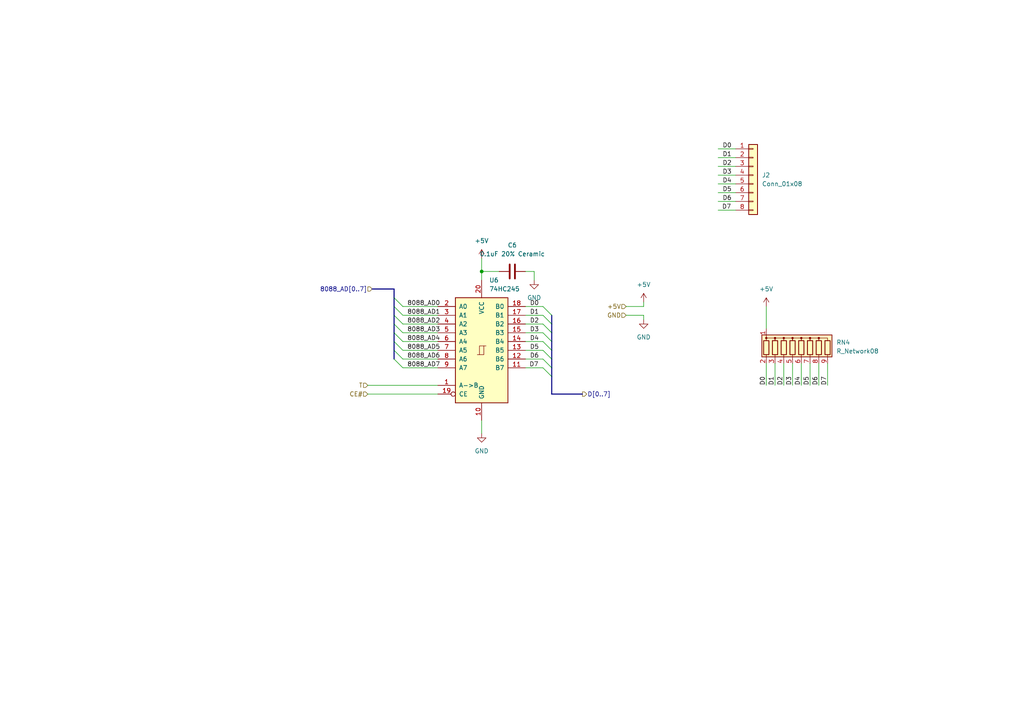
<source format=kicad_sch>
(kicad_sch
	(version 20231120)
	(generator "eeschema")
	(generator_version "8.0")
	(uuid "068e9c68-2006-4104-9f69-e761bed596f4")
	(paper "A4")
	(lib_symbols
		(symbol "74xx:74HC245"
			(pin_names
				(offset 1.016)
			)
			(exclude_from_sim no)
			(in_bom yes)
			(on_board yes)
			(property "Reference" "U"
				(at -7.62 16.51 0)
				(effects
					(font
						(size 1.27 1.27)
					)
				)
			)
			(property "Value" "74HC245"
				(at -7.62 -16.51 0)
				(effects
					(font
						(size 1.27 1.27)
					)
				)
			)
			(property "Footprint" ""
				(at 0 0 0)
				(effects
					(font
						(size 1.27 1.27)
					)
					(hide yes)
				)
			)
			(property "Datasheet" "http://www.ti.com/lit/gpn/sn74HC245"
				(at 0 0 0)
				(effects
					(font
						(size 1.27 1.27)
					)
					(hide yes)
				)
			)
			(property "Description" "Octal BUS Transceivers, 3-State outputs"
				(at 0 0 0)
				(effects
					(font
						(size 1.27 1.27)
					)
					(hide yes)
				)
			)
			(property "ki_locked" ""
				(at 0 0 0)
				(effects
					(font
						(size 1.27 1.27)
					)
				)
			)
			(property "ki_keywords" "HCMOS BUS 3State"
				(at 0 0 0)
				(effects
					(font
						(size 1.27 1.27)
					)
					(hide yes)
				)
			)
			(property "ki_fp_filters" "DIP?20*"
				(at 0 0 0)
				(effects
					(font
						(size 1.27 1.27)
					)
					(hide yes)
				)
			)
			(symbol "74HC245_1_0"
				(polyline
					(pts
						(xy -0.635 -1.27) (xy -0.635 1.27) (xy 0.635 1.27)
					)
					(stroke
						(width 0)
						(type default)
					)
					(fill
						(type none)
					)
				)
				(polyline
					(pts
						(xy -1.27 -1.27) (xy 0.635 -1.27) (xy 0.635 1.27) (xy 1.27 1.27)
					)
					(stroke
						(width 0)
						(type default)
					)
					(fill
						(type none)
					)
				)
				(pin input line
					(at -12.7 -10.16 0)
					(length 5.08)
					(name "A->B"
						(effects
							(font
								(size 1.27 1.27)
							)
						)
					)
					(number "1"
						(effects
							(font
								(size 1.27 1.27)
							)
						)
					)
				)
				(pin power_in line
					(at 0 -20.32 90)
					(length 5.08)
					(name "GND"
						(effects
							(font
								(size 1.27 1.27)
							)
						)
					)
					(number "10"
						(effects
							(font
								(size 1.27 1.27)
							)
						)
					)
				)
				(pin tri_state line
					(at 12.7 -5.08 180)
					(length 5.08)
					(name "B7"
						(effects
							(font
								(size 1.27 1.27)
							)
						)
					)
					(number "11"
						(effects
							(font
								(size 1.27 1.27)
							)
						)
					)
				)
				(pin tri_state line
					(at 12.7 -2.54 180)
					(length 5.08)
					(name "B6"
						(effects
							(font
								(size 1.27 1.27)
							)
						)
					)
					(number "12"
						(effects
							(font
								(size 1.27 1.27)
							)
						)
					)
				)
				(pin tri_state line
					(at 12.7 0 180)
					(length 5.08)
					(name "B5"
						(effects
							(font
								(size 1.27 1.27)
							)
						)
					)
					(number "13"
						(effects
							(font
								(size 1.27 1.27)
							)
						)
					)
				)
				(pin tri_state line
					(at 12.7 2.54 180)
					(length 5.08)
					(name "B4"
						(effects
							(font
								(size 1.27 1.27)
							)
						)
					)
					(number "14"
						(effects
							(font
								(size 1.27 1.27)
							)
						)
					)
				)
				(pin tri_state line
					(at 12.7 5.08 180)
					(length 5.08)
					(name "B3"
						(effects
							(font
								(size 1.27 1.27)
							)
						)
					)
					(number "15"
						(effects
							(font
								(size 1.27 1.27)
							)
						)
					)
				)
				(pin tri_state line
					(at 12.7 7.62 180)
					(length 5.08)
					(name "B2"
						(effects
							(font
								(size 1.27 1.27)
							)
						)
					)
					(number "16"
						(effects
							(font
								(size 1.27 1.27)
							)
						)
					)
				)
				(pin tri_state line
					(at 12.7 10.16 180)
					(length 5.08)
					(name "B1"
						(effects
							(font
								(size 1.27 1.27)
							)
						)
					)
					(number "17"
						(effects
							(font
								(size 1.27 1.27)
							)
						)
					)
				)
				(pin tri_state line
					(at 12.7 12.7 180)
					(length 5.08)
					(name "B0"
						(effects
							(font
								(size 1.27 1.27)
							)
						)
					)
					(number "18"
						(effects
							(font
								(size 1.27 1.27)
							)
						)
					)
				)
				(pin input inverted
					(at -12.7 -12.7 0)
					(length 5.08)
					(name "CE"
						(effects
							(font
								(size 1.27 1.27)
							)
						)
					)
					(number "19"
						(effects
							(font
								(size 1.27 1.27)
							)
						)
					)
				)
				(pin tri_state line
					(at -12.7 12.7 0)
					(length 5.08)
					(name "A0"
						(effects
							(font
								(size 1.27 1.27)
							)
						)
					)
					(number "2"
						(effects
							(font
								(size 1.27 1.27)
							)
						)
					)
				)
				(pin power_in line
					(at 0 20.32 270)
					(length 5.08)
					(name "VCC"
						(effects
							(font
								(size 1.27 1.27)
							)
						)
					)
					(number "20"
						(effects
							(font
								(size 1.27 1.27)
							)
						)
					)
				)
				(pin tri_state line
					(at -12.7 10.16 0)
					(length 5.08)
					(name "A1"
						(effects
							(font
								(size 1.27 1.27)
							)
						)
					)
					(number "3"
						(effects
							(font
								(size 1.27 1.27)
							)
						)
					)
				)
				(pin tri_state line
					(at -12.7 7.62 0)
					(length 5.08)
					(name "A2"
						(effects
							(font
								(size 1.27 1.27)
							)
						)
					)
					(number "4"
						(effects
							(font
								(size 1.27 1.27)
							)
						)
					)
				)
				(pin tri_state line
					(at -12.7 5.08 0)
					(length 5.08)
					(name "A3"
						(effects
							(font
								(size 1.27 1.27)
							)
						)
					)
					(number "5"
						(effects
							(font
								(size 1.27 1.27)
							)
						)
					)
				)
				(pin tri_state line
					(at -12.7 2.54 0)
					(length 5.08)
					(name "A4"
						(effects
							(font
								(size 1.27 1.27)
							)
						)
					)
					(number "6"
						(effects
							(font
								(size 1.27 1.27)
							)
						)
					)
				)
				(pin tri_state line
					(at -12.7 0 0)
					(length 5.08)
					(name "A5"
						(effects
							(font
								(size 1.27 1.27)
							)
						)
					)
					(number "7"
						(effects
							(font
								(size 1.27 1.27)
							)
						)
					)
				)
				(pin tri_state line
					(at -12.7 -2.54 0)
					(length 5.08)
					(name "A6"
						(effects
							(font
								(size 1.27 1.27)
							)
						)
					)
					(number "8"
						(effects
							(font
								(size 1.27 1.27)
							)
						)
					)
				)
				(pin tri_state line
					(at -12.7 -5.08 0)
					(length 5.08)
					(name "A7"
						(effects
							(font
								(size 1.27 1.27)
							)
						)
					)
					(number "9"
						(effects
							(font
								(size 1.27 1.27)
							)
						)
					)
				)
			)
			(symbol "74HC245_1_1"
				(rectangle
					(start -7.62 15.24)
					(end 7.62 -15.24)
					(stroke
						(width 0.254)
						(type default)
					)
					(fill
						(type background)
					)
				)
			)
		)
		(symbol "Connector_Generic:Conn_01x08"
			(pin_names
				(offset 1.016) hide)
			(exclude_from_sim no)
			(in_bom yes)
			(on_board yes)
			(property "Reference" "J"
				(at 0 10.16 0)
				(effects
					(font
						(size 1.27 1.27)
					)
				)
			)
			(property "Value" "Conn_01x08"
				(at 0 -12.7 0)
				(effects
					(font
						(size 1.27 1.27)
					)
				)
			)
			(property "Footprint" ""
				(at 0 0 0)
				(effects
					(font
						(size 1.27 1.27)
					)
					(hide yes)
				)
			)
			(property "Datasheet" "~"
				(at 0 0 0)
				(effects
					(font
						(size 1.27 1.27)
					)
					(hide yes)
				)
			)
			(property "Description" "Generic connector, single row, 01x08, script generated (kicad-library-utils/schlib/autogen/connector/)"
				(at 0 0 0)
				(effects
					(font
						(size 1.27 1.27)
					)
					(hide yes)
				)
			)
			(property "ki_keywords" "connector"
				(at 0 0 0)
				(effects
					(font
						(size 1.27 1.27)
					)
					(hide yes)
				)
			)
			(property "ki_fp_filters" "Connector*:*_1x??_*"
				(at 0 0 0)
				(effects
					(font
						(size 1.27 1.27)
					)
					(hide yes)
				)
			)
			(symbol "Conn_01x08_1_1"
				(rectangle
					(start -1.27 -10.033)
					(end 0 -10.287)
					(stroke
						(width 0.1524)
						(type default)
					)
					(fill
						(type none)
					)
				)
				(rectangle
					(start -1.27 -7.493)
					(end 0 -7.747)
					(stroke
						(width 0.1524)
						(type default)
					)
					(fill
						(type none)
					)
				)
				(rectangle
					(start -1.27 -4.953)
					(end 0 -5.207)
					(stroke
						(width 0.1524)
						(type default)
					)
					(fill
						(type none)
					)
				)
				(rectangle
					(start -1.27 -2.413)
					(end 0 -2.667)
					(stroke
						(width 0.1524)
						(type default)
					)
					(fill
						(type none)
					)
				)
				(rectangle
					(start -1.27 0.127)
					(end 0 -0.127)
					(stroke
						(width 0.1524)
						(type default)
					)
					(fill
						(type none)
					)
				)
				(rectangle
					(start -1.27 2.667)
					(end 0 2.413)
					(stroke
						(width 0.1524)
						(type default)
					)
					(fill
						(type none)
					)
				)
				(rectangle
					(start -1.27 5.207)
					(end 0 4.953)
					(stroke
						(width 0.1524)
						(type default)
					)
					(fill
						(type none)
					)
				)
				(rectangle
					(start -1.27 7.747)
					(end 0 7.493)
					(stroke
						(width 0.1524)
						(type default)
					)
					(fill
						(type none)
					)
				)
				(rectangle
					(start -1.27 8.89)
					(end 1.27 -11.43)
					(stroke
						(width 0.254)
						(type default)
					)
					(fill
						(type background)
					)
				)
				(pin passive line
					(at -5.08 7.62 0)
					(length 3.81)
					(name "Pin_1"
						(effects
							(font
								(size 1.27 1.27)
							)
						)
					)
					(number "1"
						(effects
							(font
								(size 1.27 1.27)
							)
						)
					)
				)
				(pin passive line
					(at -5.08 5.08 0)
					(length 3.81)
					(name "Pin_2"
						(effects
							(font
								(size 1.27 1.27)
							)
						)
					)
					(number "2"
						(effects
							(font
								(size 1.27 1.27)
							)
						)
					)
				)
				(pin passive line
					(at -5.08 2.54 0)
					(length 3.81)
					(name "Pin_3"
						(effects
							(font
								(size 1.27 1.27)
							)
						)
					)
					(number "3"
						(effects
							(font
								(size 1.27 1.27)
							)
						)
					)
				)
				(pin passive line
					(at -5.08 0 0)
					(length 3.81)
					(name "Pin_4"
						(effects
							(font
								(size 1.27 1.27)
							)
						)
					)
					(number "4"
						(effects
							(font
								(size 1.27 1.27)
							)
						)
					)
				)
				(pin passive line
					(at -5.08 -2.54 0)
					(length 3.81)
					(name "Pin_5"
						(effects
							(font
								(size 1.27 1.27)
							)
						)
					)
					(number "5"
						(effects
							(font
								(size 1.27 1.27)
							)
						)
					)
				)
				(pin passive line
					(at -5.08 -5.08 0)
					(length 3.81)
					(name "Pin_6"
						(effects
							(font
								(size 1.27 1.27)
							)
						)
					)
					(number "6"
						(effects
							(font
								(size 1.27 1.27)
							)
						)
					)
				)
				(pin passive line
					(at -5.08 -7.62 0)
					(length 3.81)
					(name "Pin_7"
						(effects
							(font
								(size 1.27 1.27)
							)
						)
					)
					(number "7"
						(effects
							(font
								(size 1.27 1.27)
							)
						)
					)
				)
				(pin passive line
					(at -5.08 -10.16 0)
					(length 3.81)
					(name "Pin_8"
						(effects
							(font
								(size 1.27 1.27)
							)
						)
					)
					(number "8"
						(effects
							(font
								(size 1.27 1.27)
							)
						)
					)
				)
			)
		)
		(symbol "Device:C"
			(pin_numbers hide)
			(pin_names
				(offset 0.254)
			)
			(exclude_from_sim no)
			(in_bom yes)
			(on_board yes)
			(property "Reference" "C"
				(at 0.635 2.54 0)
				(effects
					(font
						(size 1.27 1.27)
					)
					(justify left)
				)
			)
			(property "Value" "C"
				(at 0.635 -2.54 0)
				(effects
					(font
						(size 1.27 1.27)
					)
					(justify left)
				)
			)
			(property "Footprint" ""
				(at 0.9652 -3.81 0)
				(effects
					(font
						(size 1.27 1.27)
					)
					(hide yes)
				)
			)
			(property "Datasheet" "~"
				(at 0 0 0)
				(effects
					(font
						(size 1.27 1.27)
					)
					(hide yes)
				)
			)
			(property "Description" "Unpolarized capacitor"
				(at 0 0 0)
				(effects
					(font
						(size 1.27 1.27)
					)
					(hide yes)
				)
			)
			(property "ki_keywords" "cap capacitor"
				(at 0 0 0)
				(effects
					(font
						(size 1.27 1.27)
					)
					(hide yes)
				)
			)
			(property "ki_fp_filters" "C_*"
				(at 0 0 0)
				(effects
					(font
						(size 1.27 1.27)
					)
					(hide yes)
				)
			)
			(symbol "C_0_1"
				(polyline
					(pts
						(xy -2.032 -0.762) (xy 2.032 -0.762)
					)
					(stroke
						(width 0.508)
						(type default)
					)
					(fill
						(type none)
					)
				)
				(polyline
					(pts
						(xy -2.032 0.762) (xy 2.032 0.762)
					)
					(stroke
						(width 0.508)
						(type default)
					)
					(fill
						(type none)
					)
				)
			)
			(symbol "C_1_1"
				(pin passive line
					(at 0 3.81 270)
					(length 2.794)
					(name "~"
						(effects
							(font
								(size 1.27 1.27)
							)
						)
					)
					(number "1"
						(effects
							(font
								(size 1.27 1.27)
							)
						)
					)
				)
				(pin passive line
					(at 0 -3.81 90)
					(length 2.794)
					(name "~"
						(effects
							(font
								(size 1.27 1.27)
							)
						)
					)
					(number "2"
						(effects
							(font
								(size 1.27 1.27)
							)
						)
					)
				)
			)
		)
		(symbol "Device:R_Network08"
			(pin_names
				(offset 0) hide)
			(exclude_from_sim no)
			(in_bom yes)
			(on_board yes)
			(property "Reference" "RN"
				(at -12.7 0 90)
				(effects
					(font
						(size 1.27 1.27)
					)
				)
			)
			(property "Value" "R_Network08"
				(at 10.16 0 90)
				(effects
					(font
						(size 1.27 1.27)
					)
				)
			)
			(property "Footprint" "Resistor_THT:R_Array_SIP9"
				(at 12.065 0 90)
				(effects
					(font
						(size 1.27 1.27)
					)
					(hide yes)
				)
			)
			(property "Datasheet" "http://www.vishay.com/docs/31509/csc.pdf"
				(at 0 0 0)
				(effects
					(font
						(size 1.27 1.27)
					)
					(hide yes)
				)
			)
			(property "Description" "8 resistor network, star topology, bussed resistors, small symbol"
				(at 0 0 0)
				(effects
					(font
						(size 1.27 1.27)
					)
					(hide yes)
				)
			)
			(property "ki_keywords" "R network star-topology"
				(at 0 0 0)
				(effects
					(font
						(size 1.27 1.27)
					)
					(hide yes)
				)
			)
			(property "ki_fp_filters" "R?Array?SIP*"
				(at 0 0 0)
				(effects
					(font
						(size 1.27 1.27)
					)
					(hide yes)
				)
			)
			(symbol "R_Network08_0_1"
				(rectangle
					(start -11.43 -3.175)
					(end 8.89 3.175)
					(stroke
						(width 0.254)
						(type default)
					)
					(fill
						(type background)
					)
				)
				(rectangle
					(start -10.922 1.524)
					(end -9.398 -2.54)
					(stroke
						(width 0.254)
						(type default)
					)
					(fill
						(type none)
					)
				)
				(circle
					(center -10.16 2.286)
					(radius 0.254)
					(stroke
						(width 0)
						(type default)
					)
					(fill
						(type outline)
					)
				)
				(rectangle
					(start -8.382 1.524)
					(end -6.858 -2.54)
					(stroke
						(width 0.254)
						(type default)
					)
					(fill
						(type none)
					)
				)
				(circle
					(center -7.62 2.286)
					(radius 0.254)
					(stroke
						(width 0)
						(type default)
					)
					(fill
						(type outline)
					)
				)
				(rectangle
					(start -5.842 1.524)
					(end -4.318 -2.54)
					(stroke
						(width 0.254)
						(type default)
					)
					(fill
						(type none)
					)
				)
				(circle
					(center -5.08 2.286)
					(radius 0.254)
					(stroke
						(width 0)
						(type default)
					)
					(fill
						(type outline)
					)
				)
				(rectangle
					(start -3.302 1.524)
					(end -1.778 -2.54)
					(stroke
						(width 0.254)
						(type default)
					)
					(fill
						(type none)
					)
				)
				(circle
					(center -2.54 2.286)
					(radius 0.254)
					(stroke
						(width 0)
						(type default)
					)
					(fill
						(type outline)
					)
				)
				(rectangle
					(start -0.762 1.524)
					(end 0.762 -2.54)
					(stroke
						(width 0.254)
						(type default)
					)
					(fill
						(type none)
					)
				)
				(polyline
					(pts
						(xy -10.16 -2.54) (xy -10.16 -3.81)
					)
					(stroke
						(width 0)
						(type default)
					)
					(fill
						(type none)
					)
				)
				(polyline
					(pts
						(xy -7.62 -2.54) (xy -7.62 -3.81)
					)
					(stroke
						(width 0)
						(type default)
					)
					(fill
						(type none)
					)
				)
				(polyline
					(pts
						(xy -5.08 -2.54) (xy -5.08 -3.81)
					)
					(stroke
						(width 0)
						(type default)
					)
					(fill
						(type none)
					)
				)
				(polyline
					(pts
						(xy -2.54 -2.54) (xy -2.54 -3.81)
					)
					(stroke
						(width 0)
						(type default)
					)
					(fill
						(type none)
					)
				)
				(polyline
					(pts
						(xy 0 -2.54) (xy 0 -3.81)
					)
					(stroke
						(width 0)
						(type default)
					)
					(fill
						(type none)
					)
				)
				(polyline
					(pts
						(xy 2.54 -2.54) (xy 2.54 -3.81)
					)
					(stroke
						(width 0)
						(type default)
					)
					(fill
						(type none)
					)
				)
				(polyline
					(pts
						(xy 5.08 -2.54) (xy 5.08 -3.81)
					)
					(stroke
						(width 0)
						(type default)
					)
					(fill
						(type none)
					)
				)
				(polyline
					(pts
						(xy 7.62 -2.54) (xy 7.62 -3.81)
					)
					(stroke
						(width 0)
						(type default)
					)
					(fill
						(type none)
					)
				)
				(polyline
					(pts
						(xy -10.16 1.524) (xy -10.16 2.286) (xy -7.62 2.286) (xy -7.62 1.524)
					)
					(stroke
						(width 0)
						(type default)
					)
					(fill
						(type none)
					)
				)
				(polyline
					(pts
						(xy -7.62 1.524) (xy -7.62 2.286) (xy -5.08 2.286) (xy -5.08 1.524)
					)
					(stroke
						(width 0)
						(type default)
					)
					(fill
						(type none)
					)
				)
				(polyline
					(pts
						(xy -5.08 1.524) (xy -5.08 2.286) (xy -2.54 2.286) (xy -2.54 1.524)
					)
					(stroke
						(width 0)
						(type default)
					)
					(fill
						(type none)
					)
				)
				(polyline
					(pts
						(xy -2.54 1.524) (xy -2.54 2.286) (xy 0 2.286) (xy 0 1.524)
					)
					(stroke
						(width 0)
						(type default)
					)
					(fill
						(type none)
					)
				)
				(polyline
					(pts
						(xy 0 1.524) (xy 0 2.286) (xy 2.54 2.286) (xy 2.54 1.524)
					)
					(stroke
						(width 0)
						(type default)
					)
					(fill
						(type none)
					)
				)
				(polyline
					(pts
						(xy 2.54 1.524) (xy 2.54 2.286) (xy 5.08 2.286) (xy 5.08 1.524)
					)
					(stroke
						(width 0)
						(type default)
					)
					(fill
						(type none)
					)
				)
				(polyline
					(pts
						(xy 5.08 1.524) (xy 5.08 2.286) (xy 7.62 2.286) (xy 7.62 1.524)
					)
					(stroke
						(width 0)
						(type default)
					)
					(fill
						(type none)
					)
				)
				(circle
					(center 0 2.286)
					(radius 0.254)
					(stroke
						(width 0)
						(type default)
					)
					(fill
						(type outline)
					)
				)
				(rectangle
					(start 1.778 1.524)
					(end 3.302 -2.54)
					(stroke
						(width 0.254)
						(type default)
					)
					(fill
						(type none)
					)
				)
				(circle
					(center 2.54 2.286)
					(radius 0.254)
					(stroke
						(width 0)
						(type default)
					)
					(fill
						(type outline)
					)
				)
				(rectangle
					(start 4.318 1.524)
					(end 5.842 -2.54)
					(stroke
						(width 0.254)
						(type default)
					)
					(fill
						(type none)
					)
				)
				(circle
					(center 5.08 2.286)
					(radius 0.254)
					(stroke
						(width 0)
						(type default)
					)
					(fill
						(type outline)
					)
				)
				(rectangle
					(start 6.858 1.524)
					(end 8.382 -2.54)
					(stroke
						(width 0.254)
						(type default)
					)
					(fill
						(type none)
					)
				)
			)
			(symbol "R_Network08_1_1"
				(pin passive line
					(at -10.16 5.08 270)
					(length 2.54)
					(name "common"
						(effects
							(font
								(size 1.27 1.27)
							)
						)
					)
					(number "1"
						(effects
							(font
								(size 1.27 1.27)
							)
						)
					)
				)
				(pin passive line
					(at -10.16 -5.08 90)
					(length 1.27)
					(name "R1"
						(effects
							(font
								(size 1.27 1.27)
							)
						)
					)
					(number "2"
						(effects
							(font
								(size 1.27 1.27)
							)
						)
					)
				)
				(pin passive line
					(at -7.62 -5.08 90)
					(length 1.27)
					(name "R2"
						(effects
							(font
								(size 1.27 1.27)
							)
						)
					)
					(number "3"
						(effects
							(font
								(size 1.27 1.27)
							)
						)
					)
				)
				(pin passive line
					(at -5.08 -5.08 90)
					(length 1.27)
					(name "R3"
						(effects
							(font
								(size 1.27 1.27)
							)
						)
					)
					(number "4"
						(effects
							(font
								(size 1.27 1.27)
							)
						)
					)
				)
				(pin passive line
					(at -2.54 -5.08 90)
					(length 1.27)
					(name "R4"
						(effects
							(font
								(size 1.27 1.27)
							)
						)
					)
					(number "5"
						(effects
							(font
								(size 1.27 1.27)
							)
						)
					)
				)
				(pin passive line
					(at 0 -5.08 90)
					(length 1.27)
					(name "R5"
						(effects
							(font
								(size 1.27 1.27)
							)
						)
					)
					(number "6"
						(effects
							(font
								(size 1.27 1.27)
							)
						)
					)
				)
				(pin passive line
					(at 2.54 -5.08 90)
					(length 1.27)
					(name "R6"
						(effects
							(font
								(size 1.27 1.27)
							)
						)
					)
					(number "7"
						(effects
							(font
								(size 1.27 1.27)
							)
						)
					)
				)
				(pin passive line
					(at 5.08 -5.08 90)
					(length 1.27)
					(name "R7"
						(effects
							(font
								(size 1.27 1.27)
							)
						)
					)
					(number "8"
						(effects
							(font
								(size 1.27 1.27)
							)
						)
					)
				)
				(pin passive line
					(at 7.62 -5.08 90)
					(length 1.27)
					(name "R8"
						(effects
							(font
								(size 1.27 1.27)
							)
						)
					)
					(number "9"
						(effects
							(font
								(size 1.27 1.27)
							)
						)
					)
				)
			)
		)
		(symbol "power:+5V"
			(power)
			(pin_names
				(offset 0)
			)
			(exclude_from_sim no)
			(in_bom yes)
			(on_board yes)
			(property "Reference" "#PWR"
				(at 0 -3.81 0)
				(effects
					(font
						(size 1.27 1.27)
					)
					(hide yes)
				)
			)
			(property "Value" "+5V"
				(at 0 3.556 0)
				(effects
					(font
						(size 1.27 1.27)
					)
				)
			)
			(property "Footprint" ""
				(at 0 0 0)
				(effects
					(font
						(size 1.27 1.27)
					)
					(hide yes)
				)
			)
			(property "Datasheet" ""
				(at 0 0 0)
				(effects
					(font
						(size 1.27 1.27)
					)
					(hide yes)
				)
			)
			(property "Description" "Power symbol creates a global label with name \"+5V\""
				(at 0 0 0)
				(effects
					(font
						(size 1.27 1.27)
					)
					(hide yes)
				)
			)
			(property "ki_keywords" "global power"
				(at 0 0 0)
				(effects
					(font
						(size 1.27 1.27)
					)
					(hide yes)
				)
			)
			(symbol "+5V_0_1"
				(polyline
					(pts
						(xy -0.762 1.27) (xy 0 2.54)
					)
					(stroke
						(width 0)
						(type default)
					)
					(fill
						(type none)
					)
				)
				(polyline
					(pts
						(xy 0 0) (xy 0 2.54)
					)
					(stroke
						(width 0)
						(type default)
					)
					(fill
						(type none)
					)
				)
				(polyline
					(pts
						(xy 0 2.54) (xy 0.762 1.27)
					)
					(stroke
						(width 0)
						(type default)
					)
					(fill
						(type none)
					)
				)
			)
			(symbol "+5V_1_1"
				(pin power_in line
					(at 0 0 90)
					(length 0) hide
					(name "+5V"
						(effects
							(font
								(size 1.27 1.27)
							)
						)
					)
					(number "1"
						(effects
							(font
								(size 1.27 1.27)
							)
						)
					)
				)
			)
		)
		(symbol "power:GND"
			(power)
			(pin_names
				(offset 0)
			)
			(exclude_from_sim no)
			(in_bom yes)
			(on_board yes)
			(property "Reference" "#PWR"
				(at 0 -6.35 0)
				(effects
					(font
						(size 1.27 1.27)
					)
					(hide yes)
				)
			)
			(property "Value" "GND"
				(at 0 -3.81 0)
				(effects
					(font
						(size 1.27 1.27)
					)
				)
			)
			(property "Footprint" ""
				(at 0 0 0)
				(effects
					(font
						(size 1.27 1.27)
					)
					(hide yes)
				)
			)
			(property "Datasheet" ""
				(at 0 0 0)
				(effects
					(font
						(size 1.27 1.27)
					)
					(hide yes)
				)
			)
			(property "Description" "Power symbol creates a global label with name \"GND\" , ground"
				(at 0 0 0)
				(effects
					(font
						(size 1.27 1.27)
					)
					(hide yes)
				)
			)
			(property "ki_keywords" "global power"
				(at 0 0 0)
				(effects
					(font
						(size 1.27 1.27)
					)
					(hide yes)
				)
			)
			(symbol "GND_0_1"
				(polyline
					(pts
						(xy 0 0) (xy 0 -1.27) (xy 1.27 -1.27) (xy 0 -2.54) (xy -1.27 -1.27) (xy 0 -1.27)
					)
					(stroke
						(width 0)
						(type default)
					)
					(fill
						(type none)
					)
				)
			)
			(symbol "GND_1_1"
				(pin power_in line
					(at 0 0 270)
					(length 0) hide
					(name "GND"
						(effects
							(font
								(size 1.27 1.27)
							)
						)
					)
					(number "1"
						(effects
							(font
								(size 1.27 1.27)
							)
						)
					)
				)
			)
		)
	)
	(junction
		(at 139.7 78.74)
		(diameter 0)
		(color 0 0 0 0)
		(uuid "f9bd0fed-2dc6-4d0d-a08e-db1fcf661ced")
	)
	(bus_entry
		(at 114.3 104.14)
		(size 2.54 2.54)
		(stroke
			(width 0)
			(type default)
		)
		(uuid "1000fb17-72de-4c48-9332-49f108906f27")
	)
	(bus_entry
		(at 157.48 106.68)
		(size 2.54 2.54)
		(stroke
			(width 0)
			(type default)
		)
		(uuid "18efae82-3259-4f06-bd06-7404f2420f9f")
	)
	(bus_entry
		(at 114.3 86.36)
		(size 2.54 2.54)
		(stroke
			(width 0)
			(type default)
		)
		(uuid "203357b2-2205-4e94-8d4e-8a3e0fef6797")
	)
	(bus_entry
		(at 114.3 101.6)
		(size 2.54 2.54)
		(stroke
			(width 0)
			(type default)
		)
		(uuid "2385c36f-1485-4706-bc6f-b1ac27213bb7")
	)
	(bus_entry
		(at 114.3 93.98)
		(size 2.54 2.54)
		(stroke
			(width 0)
			(type default)
		)
		(uuid "4bfb4bd1-af45-44ca-bead-b5261c4b7eff")
	)
	(bus_entry
		(at 114.3 96.52)
		(size 2.54 2.54)
		(stroke
			(width 0)
			(type default)
		)
		(uuid "4deac3bb-63fa-4b13-9dc6-6e05487b3a61")
	)
	(bus_entry
		(at 114.3 91.44)
		(size 2.54 2.54)
		(stroke
			(width 0)
			(type default)
		)
		(uuid "7d479ce2-db5c-4218-bb07-27741970f6dc")
	)
	(bus_entry
		(at 114.3 88.9)
		(size 2.54 2.54)
		(stroke
			(width 0)
			(type default)
		)
		(uuid "90c6ed74-f7f2-40e4-b784-a0655fa7afaa")
	)
	(bus_entry
		(at 157.48 101.6)
		(size 2.54 2.54)
		(stroke
			(width 0)
			(type default)
		)
		(uuid "9d9663eb-1eaa-477e-af26-db4cb94d8073")
	)
	(bus_entry
		(at 157.48 99.06)
		(size 2.54 2.54)
		(stroke
			(width 0)
			(type default)
		)
		(uuid "a0f4aaea-cc69-4682-9f5d-0c725a6d6801")
	)
	(bus_entry
		(at 157.48 93.98)
		(size 2.54 2.54)
		(stroke
			(width 0)
			(type default)
		)
		(uuid "b0454f4e-9514-4af1-8ab8-706371354576")
	)
	(bus_entry
		(at 157.48 96.52)
		(size 2.54 2.54)
		(stroke
			(width 0)
			(type default)
		)
		(uuid "b5113e8a-ea87-4ce4-9dd6-dc7fae05240b")
	)
	(bus_entry
		(at 114.3 99.06)
		(size 2.54 2.54)
		(stroke
			(width 0)
			(type default)
		)
		(uuid "c1e8198a-5faa-4bcd-91c4-e662f1f3e7bb")
	)
	(bus_entry
		(at 157.48 91.44)
		(size 2.54 2.54)
		(stroke
			(width 0)
			(type default)
		)
		(uuid "dfc3c4ba-96b8-47d4-ab05-a8e28920901a")
	)
	(bus_entry
		(at 157.48 88.9)
		(size 2.54 2.54)
		(stroke
			(width 0)
			(type default)
		)
		(uuid "e370e9f3-5671-4c81-8cb3-5cea227bec60")
	)
	(bus_entry
		(at 157.48 104.14)
		(size 2.54 2.54)
		(stroke
			(width 0)
			(type default)
		)
		(uuid "ee5c1eec-901a-4663-abbf-da1af2bbeb60")
	)
	(wire
		(pts
			(xy 139.7 74.93) (xy 139.7 78.74)
		)
		(stroke
			(width 0)
			(type default)
		)
		(uuid "01d108b0-c9b4-4583-bb81-6e7e2b089d00")
	)
	(wire
		(pts
			(xy 237.49 105.41) (xy 237.49 111.76)
		)
		(stroke
			(width 0)
			(type default)
		)
		(uuid "020dd733-4e8c-4d94-a177-e59d325c1927")
	)
	(wire
		(pts
			(xy 222.25 105.41) (xy 222.25 111.76)
		)
		(stroke
			(width 0)
			(type default)
		)
		(uuid "02a2df49-0f80-4e75-9503-b01f248b4c34")
	)
	(bus
		(pts
			(xy 114.3 96.52) (xy 114.3 99.06)
		)
		(stroke
			(width 0)
			(type default)
		)
		(uuid "04ed46a4-0d6a-4655-b449-9f6768c3b1e7")
	)
	(bus
		(pts
			(xy 160.02 101.6) (xy 160.02 104.14)
		)
		(stroke
			(width 0)
			(type default)
		)
		(uuid "05b68496-26a9-4eae-938b-f169cc93d6b1")
	)
	(wire
		(pts
			(xy 116.84 106.68) (xy 127 106.68)
		)
		(stroke
			(width 0)
			(type default)
		)
		(uuid "060456d9-a745-46d1-a2ce-09c0e4b4b3ea")
	)
	(wire
		(pts
			(xy 116.84 101.6) (xy 127 101.6)
		)
		(stroke
			(width 0)
			(type default)
		)
		(uuid "08f11f9e-c62f-4ca5-a662-c20890c63636")
	)
	(wire
		(pts
			(xy 152.4 106.68) (xy 157.48 106.68)
		)
		(stroke
			(width 0)
			(type default)
		)
		(uuid "0b7ce7f4-f9b9-46f2-8078-34371c7a16ca")
	)
	(wire
		(pts
			(xy 139.7 78.74) (xy 144.78 78.74)
		)
		(stroke
			(width 0)
			(type default)
		)
		(uuid "17f2ebdc-8dcc-4d21-ac78-593a28336618")
	)
	(wire
		(pts
			(xy 208.28 50.8) (xy 213.36 50.8)
		)
		(stroke
			(width 0)
			(type default)
		)
		(uuid "18362a18-52fe-4dc0-b2f9-2e62c7a4b5ff")
	)
	(wire
		(pts
			(xy 240.03 105.41) (xy 240.03 111.76)
		)
		(stroke
			(width 0)
			(type default)
		)
		(uuid "1e8ef93f-a6ee-4f23-8f27-e1789ad83ab1")
	)
	(wire
		(pts
			(xy 208.28 58.42) (xy 213.36 58.42)
		)
		(stroke
			(width 0)
			(type default)
		)
		(uuid "22182411-f9f7-45a5-b54d-b5401649a89a")
	)
	(wire
		(pts
			(xy 181.61 91.44) (xy 186.69 91.44)
		)
		(stroke
			(width 0)
			(type default)
		)
		(uuid "23bebbc9-43a0-45de-b56c-80a64c8e2ef5")
	)
	(wire
		(pts
			(xy 224.79 105.41) (xy 224.79 111.76)
		)
		(stroke
			(width 0)
			(type default)
		)
		(uuid "28c9c317-16c7-43ff-bcc9-7d6df183e302")
	)
	(wire
		(pts
			(xy 152.4 99.06) (xy 157.48 99.06)
		)
		(stroke
			(width 0)
			(type default)
		)
		(uuid "2a7bf8de-21ab-49a7-9c9b-2df008e2a124")
	)
	(wire
		(pts
			(xy 227.33 105.41) (xy 227.33 111.76)
		)
		(stroke
			(width 0)
			(type default)
		)
		(uuid "2e5c71e2-a162-4bf7-972e-52964b94888b")
	)
	(bus
		(pts
			(xy 160.02 91.44) (xy 160.02 93.98)
		)
		(stroke
			(width 0)
			(type default)
		)
		(uuid "348218ce-84b5-4154-a5e9-bca8eb4e97a5")
	)
	(bus
		(pts
			(xy 160.02 93.98) (xy 160.02 96.52)
		)
		(stroke
			(width 0)
			(type default)
		)
		(uuid "379cdb44-8b4e-4692-a5ea-02153c62f8a1")
	)
	(bus
		(pts
			(xy 160.02 114.3) (xy 168.91 114.3)
		)
		(stroke
			(width 0)
			(type default)
		)
		(uuid "3a48ad9b-0122-456e-8ce1-1d176d05ea9a")
	)
	(wire
		(pts
			(xy 116.84 91.44) (xy 127 91.44)
		)
		(stroke
			(width 0)
			(type default)
		)
		(uuid "4ba1a6a4-b1aa-4b2b-b493-e10ca483916b")
	)
	(wire
		(pts
			(xy 222.25 88.9) (xy 222.25 95.25)
		)
		(stroke
			(width 0)
			(type default)
		)
		(uuid "4c7ed899-1947-4fcf-8a9a-767e07873656")
	)
	(wire
		(pts
			(xy 152.4 96.52) (xy 157.48 96.52)
		)
		(stroke
			(width 0)
			(type default)
		)
		(uuid "4fe610ed-c829-41fa-8dd1-241116a1508e")
	)
	(wire
		(pts
			(xy 116.84 93.98) (xy 127 93.98)
		)
		(stroke
			(width 0)
			(type default)
		)
		(uuid "563cd7f2-8e3f-4ded-8c2d-56460d8b64d2")
	)
	(bus
		(pts
			(xy 114.3 91.44) (xy 114.3 93.98)
		)
		(stroke
			(width 0)
			(type default)
		)
		(uuid "601203d9-bd9b-4780-bdf1-370c4eea3813")
	)
	(wire
		(pts
			(xy 116.84 104.14) (xy 127 104.14)
		)
		(stroke
			(width 0)
			(type default)
		)
		(uuid "61ed65e5-3d58-40e3-af5b-becf9b53e0b2")
	)
	(wire
		(pts
			(xy 208.28 53.34) (xy 213.36 53.34)
		)
		(stroke
			(width 0)
			(type default)
		)
		(uuid "63c9c4be-c210-4e1a-b4c5-1d00529f56a8")
	)
	(bus
		(pts
			(xy 160.02 96.52) (xy 160.02 99.06)
		)
		(stroke
			(width 0)
			(type default)
		)
		(uuid "657cdbf6-e47a-490e-b6ba-8a6f1f2975e9")
	)
	(wire
		(pts
			(xy 232.41 105.41) (xy 232.41 111.76)
		)
		(stroke
			(width 0)
			(type default)
		)
		(uuid "6610b1ab-d2f4-4846-add8-399b9e8b9b30")
	)
	(bus
		(pts
			(xy 114.3 83.82) (xy 114.3 86.36)
		)
		(stroke
			(width 0)
			(type default)
		)
		(uuid "6e3120db-6725-4bae-95b6-49cf97f09b19")
	)
	(wire
		(pts
			(xy 152.4 88.9) (xy 157.48 88.9)
		)
		(stroke
			(width 0)
			(type default)
		)
		(uuid "71932fc1-954e-4d0c-b59f-76a37cc862fa")
	)
	(bus
		(pts
			(xy 114.3 99.06) (xy 114.3 101.6)
		)
		(stroke
			(width 0)
			(type default)
		)
		(uuid "79d1cb16-5850-4a1b-8722-c57bc99a43a4")
	)
	(wire
		(pts
			(xy 208.28 43.18) (xy 213.36 43.18)
		)
		(stroke
			(width 0)
			(type default)
		)
		(uuid "7acc9042-0442-49df-9e18-aa6b203d95d1")
	)
	(bus
		(pts
			(xy 107.95 83.82) (xy 114.3 83.82)
		)
		(stroke
			(width 0)
			(type default)
		)
		(uuid "7ba8b982-376b-4244-af60-96f3385d2c54")
	)
	(bus
		(pts
			(xy 160.02 109.22) (xy 160.02 114.3)
		)
		(stroke
			(width 0)
			(type default)
		)
		(uuid "83251ad4-5c8c-41bb-90fc-fc6d254304d7")
	)
	(wire
		(pts
			(xy 152.4 78.74) (xy 154.94 78.74)
		)
		(stroke
			(width 0)
			(type default)
		)
		(uuid "8b6dfea6-675f-41ee-b523-5f75e509f405")
	)
	(wire
		(pts
			(xy 208.28 55.88) (xy 213.36 55.88)
		)
		(stroke
			(width 0)
			(type default)
		)
		(uuid "8e21ec06-ebd9-4e67-be03-78dcf1eb7b84")
	)
	(bus
		(pts
			(xy 114.3 86.36) (xy 114.3 88.9)
		)
		(stroke
			(width 0)
			(type default)
		)
		(uuid "8ee44af4-2894-4e8f-b1c5-d08b337c610b")
	)
	(bus
		(pts
			(xy 114.3 88.9) (xy 114.3 91.44)
		)
		(stroke
			(width 0)
			(type default)
		)
		(uuid "9024b20f-7ebb-44ad-8dc7-2813f1fd61fe")
	)
	(wire
		(pts
			(xy 106.68 114.3) (xy 127 114.3)
		)
		(stroke
			(width 0)
			(type default)
		)
		(uuid "90c83e7e-094c-4481-95cd-20cfaefb17eb")
	)
	(wire
		(pts
			(xy 154.94 78.74) (xy 154.94 81.28)
		)
		(stroke
			(width 0)
			(type default)
		)
		(uuid "9322345e-c87d-48c3-ab07-9ec3ede347cd")
	)
	(wire
		(pts
			(xy 152.4 91.44) (xy 157.48 91.44)
		)
		(stroke
			(width 0)
			(type default)
		)
		(uuid "98bb8793-f0b9-419d-bd50-3966c838352b")
	)
	(wire
		(pts
			(xy 152.4 104.14) (xy 157.48 104.14)
		)
		(stroke
			(width 0)
			(type default)
		)
		(uuid "9db1e7fe-09c8-49b7-a24d-e14ecee8e58e")
	)
	(wire
		(pts
			(xy 186.69 88.9) (xy 186.69 87.63)
		)
		(stroke
			(width 0)
			(type default)
		)
		(uuid "a09e4c35-2ddf-4a8a-874c-acfec7bd77b4")
	)
	(wire
		(pts
			(xy 116.84 96.52) (xy 127 96.52)
		)
		(stroke
			(width 0)
			(type default)
		)
		(uuid "a112140e-d6e3-47f2-a989-29df7ab8e475")
	)
	(wire
		(pts
			(xy 106.68 111.76) (xy 127 111.76)
		)
		(stroke
			(width 0)
			(type default)
		)
		(uuid "abcc79df-7376-4afb-8ce9-81bf043a05c7")
	)
	(wire
		(pts
			(xy 229.87 105.41) (xy 229.87 111.76)
		)
		(stroke
			(width 0)
			(type default)
		)
		(uuid "b4c2dd76-0d90-457a-a4f3-f193751fad41")
	)
	(bus
		(pts
			(xy 114.3 101.6) (xy 114.3 104.14)
		)
		(stroke
			(width 0)
			(type default)
		)
		(uuid "bb566b2b-d9a3-4562-b8a1-fad814f40be3")
	)
	(wire
		(pts
			(xy 116.84 99.06) (xy 127 99.06)
		)
		(stroke
			(width 0)
			(type default)
		)
		(uuid "bbe0116e-f8f8-4524-944f-11a3d153b9c8")
	)
	(wire
		(pts
			(xy 139.7 121.92) (xy 139.7 125.73)
		)
		(stroke
			(width 0)
			(type default)
		)
		(uuid "bd952b00-7da5-4d9c-a768-d5869de0db33")
	)
	(wire
		(pts
			(xy 234.95 105.41) (xy 234.95 111.76)
		)
		(stroke
			(width 0)
			(type default)
		)
		(uuid "c38a16cd-98d4-40b6-84f8-28fa76fc38a0")
	)
	(wire
		(pts
			(xy 186.69 91.44) (xy 186.69 92.71)
		)
		(stroke
			(width 0)
			(type default)
		)
		(uuid "c3e4ca2d-f941-4701-9cba-9159e4443937")
	)
	(bus
		(pts
			(xy 160.02 104.14) (xy 160.02 106.68)
		)
		(stroke
			(width 0)
			(type default)
		)
		(uuid "c4554bee-08af-4688-b439-3fb9e24e26ca")
	)
	(wire
		(pts
			(xy 152.4 101.6) (xy 157.48 101.6)
		)
		(stroke
			(width 0)
			(type default)
		)
		(uuid "d41c41c1-b3c2-476d-ab81-28433c078f54")
	)
	(wire
		(pts
			(xy 208.28 45.72) (xy 213.36 45.72)
		)
		(stroke
			(width 0)
			(type default)
		)
		(uuid "d4bf578c-6411-47e9-860f-e6d7af999f2f")
	)
	(wire
		(pts
			(xy 208.28 48.26) (xy 213.36 48.26)
		)
		(stroke
			(width 0)
			(type default)
		)
		(uuid "d5d5fad1-18e2-4b5b-af1f-a49ff73538a8")
	)
	(wire
		(pts
			(xy 181.61 88.9) (xy 186.69 88.9)
		)
		(stroke
			(width 0)
			(type default)
		)
		(uuid "d71e5fc8-d85b-44be-a25d-41e3886ca585")
	)
	(wire
		(pts
			(xy 152.4 93.98) (xy 157.48 93.98)
		)
		(stroke
			(width 0)
			(type default)
		)
		(uuid "d868b314-51fc-4fcc-be8a-6ba01f2c1bb4")
	)
	(bus
		(pts
			(xy 114.3 93.98) (xy 114.3 96.52)
		)
		(stroke
			(width 0)
			(type default)
		)
		(uuid "da63278a-36a5-4419-86b0-cdc653fdc5bf")
	)
	(wire
		(pts
			(xy 116.84 88.9) (xy 127 88.9)
		)
		(stroke
			(width 0)
			(type default)
		)
		(uuid "ed4ad1aa-cf53-477f-b91d-18a998294141")
	)
	(bus
		(pts
			(xy 160.02 106.68) (xy 160.02 109.22)
		)
		(stroke
			(width 0)
			(type default)
		)
		(uuid "f104a389-4456-4518-8a5a-75982d2967d0")
	)
	(bus
		(pts
			(xy 160.02 99.06) (xy 160.02 101.6)
		)
		(stroke
			(width 0)
			(type default)
		)
		(uuid "f1ea6ff3-969e-4c9f-a5a9-725eef19375e")
	)
	(wire
		(pts
			(xy 139.7 78.74) (xy 139.7 81.28)
		)
		(stroke
			(width 0)
			(type default)
		)
		(uuid "f3e25adb-d757-4a11-a98c-724c13aa6224")
	)
	(wire
		(pts
			(xy 208.28 60.96) (xy 213.36 60.96)
		)
		(stroke
			(width 0)
			(type default)
		)
		(uuid "fc8818f1-5c7c-4181-b54c-7ab748f46ca7")
	)
	(label "D7"
		(at 240.03 111.76 90)
		(fields_autoplaced yes)
		(effects
			(font
				(size 1.27 1.27)
			)
			(justify left bottom)
		)
		(uuid "02019299-da02-447d-92ce-22f974c9507c")
	)
	(label "8088_AD1"
		(at 118.11 91.44 0)
		(fields_autoplaced yes)
		(effects
			(font
				(size 1.27 1.27)
			)
			(justify left bottom)
		)
		(uuid "0265c8f0-4e92-4679-a7db-6751fc780821")
	)
	(label "D3"
		(at 229.87 111.76 90)
		(fields_autoplaced yes)
		(effects
			(font
				(size 1.27 1.27)
			)
			(justify left bottom)
		)
		(uuid "051037b8-ec88-4108-a09e-d9cfd1d1c550")
	)
	(label "D1"
		(at 224.79 111.76 90)
		(fields_autoplaced yes)
		(effects
			(font
				(size 1.27 1.27)
			)
			(justify left bottom)
		)
		(uuid "0719886d-1740-499c-aadb-20f684d97c0e")
	)
	(label "D4"
		(at 153.67 99.06 0)
		(fields_autoplaced yes)
		(effects
			(font
				(size 1.27 1.27)
			)
			(justify left bottom)
		)
		(uuid "0aa152e0-c745-4e54-ad15-6ed429154b6d")
	)
	(label "D1"
		(at 153.67 91.44 0)
		(fields_autoplaced yes)
		(effects
			(font
				(size 1.27 1.27)
			)
			(justify left bottom)
		)
		(uuid "1460b6fe-d1ef-4eb6-b329-9638c9ba4307")
	)
	(label "8088_AD6"
		(at 118.11 104.14 0)
		(fields_autoplaced yes)
		(effects
			(font
				(size 1.27 1.27)
			)
			(justify left bottom)
		)
		(uuid "183d2465-864a-48fd-9099-d2bcae44414f")
	)
	(label "D3"
		(at 209.55 50.8 0)
		(fields_autoplaced yes)
		(effects
			(font
				(size 1.27 1.27)
			)
			(justify left bottom)
		)
		(uuid "1bd7a82a-c9d9-471c-946e-9ef9997c3e74")
	)
	(label "D2"
		(at 153.67 93.98 0)
		(fields_autoplaced yes)
		(effects
			(font
				(size 1.27 1.27)
			)
			(justify left bottom)
		)
		(uuid "22e9fa69-7c67-4d44-9fa5-b7196ec537be")
	)
	(label "D3"
		(at 153.67 96.52 0)
		(fields_autoplaced yes)
		(effects
			(font
				(size 1.27 1.27)
			)
			(justify left bottom)
		)
		(uuid "25150d6c-fda5-49ab-88b5-9e8e6f77e615")
	)
	(label "D6"
		(at 209.55 58.42 0)
		(fields_autoplaced yes)
		(effects
			(font
				(size 1.27 1.27)
			)
			(justify left bottom)
		)
		(uuid "2e5fcc43-44e0-4444-8d37-4756b87e0743")
	)
	(label "D5"
		(at 234.95 111.76 90)
		(fields_autoplaced yes)
		(effects
			(font
				(size 1.27 1.27)
			)
			(justify left bottom)
		)
		(uuid "3232180f-ad06-4ce4-bec8-7600664e3064")
	)
	(label "D7"
		(at 209.4021 60.96 0)
		(fields_autoplaced yes)
		(effects
			(font
				(size 1.27 1.27)
			)
			(justify left bottom)
		)
		(uuid "394deb2f-6c43-44cb-ac90-4604ae27e1bc")
	)
	(label "8088_AD4"
		(at 118.11 99.06 0)
		(fields_autoplaced yes)
		(effects
			(font
				(size 1.27 1.27)
			)
			(justify left bottom)
		)
		(uuid "3acec019-b12e-4a69-9538-0b513e88da1c")
	)
	(label "D4"
		(at 232.41 111.76 90)
		(fields_autoplaced yes)
		(effects
			(font
				(size 1.27 1.27)
			)
			(justify left bottom)
		)
		(uuid "3d8b904e-a531-4e7d-b013-87dac845df6b")
	)
	(label "8088_AD5"
		(at 118.11 101.6 0)
		(fields_autoplaced yes)
		(effects
			(font
				(size 1.27 1.27)
			)
			(justify left bottom)
		)
		(uuid "48474b59-8525-4694-a9b1-0135676e0013")
	)
	(label "D0"
		(at 153.67 88.9 0)
		(fields_autoplaced yes)
		(effects
			(font
				(size 1.27 1.27)
			)
			(justify left bottom)
		)
		(uuid "504c3821-767c-4ec7-a7ef-df5c4fae5f6b")
	)
	(label "8088_AD0"
		(at 118.11 88.9 0)
		(fields_autoplaced yes)
		(effects
			(font
				(size 1.27 1.27)
			)
			(justify left bottom)
		)
		(uuid "580c57b1-6bfd-442f-b219-85e0f954dbb0")
	)
	(label "D4"
		(at 209.55 53.34 0)
		(fields_autoplaced yes)
		(effects
			(font
				(size 1.27 1.27)
			)
			(justify left bottom)
		)
		(uuid "59d2d90b-9753-4b47-bdac-b39420cfd1b9")
	)
	(label "D2"
		(at 227.33 111.76 90)
		(fields_autoplaced yes)
		(effects
			(font
				(size 1.27 1.27)
			)
			(justify left bottom)
		)
		(uuid "735b386b-88cc-4bda-8944-87735a7030f3")
	)
	(label "8088_AD2"
		(at 118.11 93.98 0)
		(fields_autoplaced yes)
		(effects
			(font
				(size 1.27 1.27)
			)
			(justify left bottom)
		)
		(uuid "7480ec7d-e792-4844-96db-3cfb06418ea3")
	)
	(label "8088_AD7"
		(at 118.11 106.68 0)
		(fields_autoplaced yes)
		(effects
			(font
				(size 1.27 1.27)
			)
			(justify left bottom)
		)
		(uuid "78339e56-f8d1-4f59-a431-ad88cb8ff4cb")
	)
	(label "D1"
		(at 209.55 45.72 0)
		(fields_autoplaced yes)
		(effects
			(font
				(size 1.27 1.27)
			)
			(justify left bottom)
		)
		(uuid "868c950f-7128-4e65-88f4-55b5e554b7a7")
	)
	(label "D6"
		(at 153.67 104.14 0)
		(fields_autoplaced yes)
		(effects
			(font
				(size 1.27 1.27)
			)
			(justify left bottom)
		)
		(uuid "96b7c65f-1aac-4b0f-b21f-deb256ff5403")
	)
	(label "8088_AD3"
		(at 118.11 96.52 0)
		(fields_autoplaced yes)
		(effects
			(font
				(size 1.27 1.27)
			)
			(justify left bottom)
		)
		(uuid "a8d50092-aa15-417b-9e92-fe8aa48fe052")
	)
	(label "D0"
		(at 209.55 43.18 0)
		(fields_autoplaced yes)
		(effects
			(font
				(size 1.27 1.27)
			)
			(justify left bottom)
		)
		(uuid "aa7bca1b-c49e-4e99-8dcf-2824c3d22355")
	)
	(label "D2"
		(at 209.55 48.26 0)
		(fields_autoplaced yes)
		(effects
			(font
				(size 1.27 1.27)
			)
			(justify left bottom)
		)
		(uuid "c82e0c10-a189-49dc-8bfe-41a985d3f8bb")
	)
	(label "D6"
		(at 237.49 111.76 90)
		(fields_autoplaced yes)
		(effects
			(font
				(size 1.27 1.27)
			)
			(justify left bottom)
		)
		(uuid "cf1b0a5a-e7e0-4616-a7ac-21cf20d54354")
	)
	(label "D0"
		(at 222.25 111.76 90)
		(fields_autoplaced yes)
		(effects
			(font
				(size 1.27 1.27)
			)
			(justify left bottom)
		)
		(uuid "d0ffa2c9-9206-44bc-a254-08e8902aa28b")
	)
	(label "D7"
		(at 153.5221 106.68 0)
		(fields_autoplaced yes)
		(effects
			(font
				(size 1.27 1.27)
			)
			(justify left bottom)
		)
		(uuid "d1eed2d1-d470-402a-b5a9-42c7d03fa0d8")
	)
	(label "D5"
		(at 153.67 101.6 0)
		(fields_autoplaced yes)
		(effects
			(font
				(size 1.27 1.27)
			)
			(justify left bottom)
		)
		(uuid "e675861c-860a-4202-a619-e039b54f8d36")
	)
	(label "D5"
		(at 209.55 55.88 0)
		(fields_autoplaced yes)
		(effects
			(font
				(size 1.27 1.27)
			)
			(justify left bottom)
		)
		(uuid "f1e4176b-c4bc-44d8-b9f4-c8d7514b420c")
	)
	(hierarchical_label "+5V"
		(shape input)
		(at 181.61 88.9 180)
		(fields_autoplaced yes)
		(effects
			(font
				(size 1.27 1.27)
			)
			(justify right)
		)
		(uuid "167ea5cc-3fc9-4e19-82f1-2a570d695654")
	)
	(hierarchical_label "GND"
		(shape input)
		(at 181.61 91.44 180)
		(fields_autoplaced yes)
		(effects
			(font
				(size 1.27 1.27)
			)
			(justify right)
		)
		(uuid "2dacb60e-93a8-42b0-b707-0d77c9a04910")
	)
	(hierarchical_label "8088_AD[0..7]"
		(shape input)
		(at 107.95 83.82 180)
		(fields_autoplaced yes)
		(effects
			(font
				(size 1.27 1.27)
			)
			(justify right)
		)
		(uuid "5f594c43-2e68-4255-8ead-1113d41fe232")
	)
	(hierarchical_label "T"
		(shape input)
		(at 106.68 111.76 180)
		(fields_autoplaced yes)
		(effects
			(font
				(size 1.27 1.27)
			)
			(justify right)
		)
		(uuid "67089908-e622-4903-aed8-75fb278ca709")
	)
	(hierarchical_label "D[0..7]"
		(shape output)
		(at 168.91 114.3 0)
		(fields_autoplaced yes)
		(effects
			(font
				(size 1.27 1.27)
			)
			(justify left)
		)
		(uuid "6f0d16fc-40fa-4b24-b2c4-25bf51bef232")
	)
	(hierarchical_label "CE#"
		(shape input)
		(at 106.68 114.3 180)
		(fields_autoplaced yes)
		(effects
			(font
				(size 1.27 1.27)
			)
			(justify right)
		)
		(uuid "72285e8e-d697-405e-ae4b-b782c3c68c25")
	)
	(symbol
		(lib_id "power:GND")
		(at 186.69 92.71 0)
		(unit 1)
		(exclude_from_sim no)
		(in_bom yes)
		(on_board yes)
		(dnp no)
		(fields_autoplaced yes)
		(uuid "17ae8a68-bf8a-4e73-95da-3efeebab5a1a")
		(property "Reference" "#PWR057"
			(at 186.69 99.06 0)
			(effects
				(font
					(size 1.27 1.27)
				)
				(hide yes)
			)
		)
		(property "Value" "GND"
			(at 186.69 97.79 0)
			(effects
				(font
					(size 1.27 1.27)
				)
			)
		)
		(property "Footprint" ""
			(at 186.69 92.71 0)
			(effects
				(font
					(size 1.27 1.27)
				)
				(hide yes)
			)
		)
		(property "Datasheet" ""
			(at 186.69 92.71 0)
			(effects
				(font
					(size 1.27 1.27)
				)
				(hide yes)
			)
		)
		(property "Description" ""
			(at 186.69 92.71 0)
			(effects
				(font
					(size 1.27 1.27)
				)
				(hide yes)
			)
		)
		(pin "1"
			(uuid "becf2144-386c-4bab-8080-c1264bc034ba")
		)
		(instances
			(project "prototype_8088"
				(path "/5e468d94-0319-44d1-a77f-2adc451eed13/e0da2df2-77fd-4360-b71c-7e802397f430"
					(reference "#PWR057")
					(unit 1)
				)
			)
		)
	)
	(symbol
		(lib_id "power:GND")
		(at 139.7 125.73 0)
		(unit 1)
		(exclude_from_sim no)
		(in_bom yes)
		(on_board yes)
		(dnp no)
		(fields_autoplaced yes)
		(uuid "27f896e5-e78f-4aaf-922d-061ea34e7000")
		(property "Reference" "#PWR058"
			(at 139.7 132.08 0)
			(effects
				(font
					(size 1.27 1.27)
				)
				(hide yes)
			)
		)
		(property "Value" "GND"
			(at 139.7 130.81 0)
			(effects
				(font
					(size 1.27 1.27)
				)
			)
		)
		(property "Footprint" ""
			(at 139.7 125.73 0)
			(effects
				(font
					(size 1.27 1.27)
				)
				(hide yes)
			)
		)
		(property "Datasheet" ""
			(at 139.7 125.73 0)
			(effects
				(font
					(size 1.27 1.27)
				)
				(hide yes)
			)
		)
		(property "Description" ""
			(at 139.7 125.73 0)
			(effects
				(font
					(size 1.27 1.27)
				)
				(hide yes)
			)
		)
		(pin "1"
			(uuid "687009e5-d44f-4d76-b865-6d5d10bb0192")
		)
		(instances
			(project "prototype_8088"
				(path "/5e468d94-0319-44d1-a77f-2adc451eed13/e0da2df2-77fd-4360-b71c-7e802397f430"
					(reference "#PWR058")
					(unit 1)
				)
			)
		)
	)
	(symbol
		(lib_id "Device:C")
		(at 148.59 78.74 90)
		(unit 1)
		(exclude_from_sim no)
		(in_bom yes)
		(on_board yes)
		(dnp no)
		(fields_autoplaced yes)
		(uuid "2bdf788e-17d3-4401-9119-4eb72a5a4a94")
		(property "Reference" "C6"
			(at 148.59 71.12 90)
			(effects
				(font
					(size 1.27 1.27)
				)
			)
		)
		(property "Value" "0.1uF 20% Ceramic"
			(at 148.59 73.66 90)
			(effects
				(font
					(size 1.27 1.27)
				)
			)
		)
		(property "Footprint" "Capacitor_THT:C_Disc_D3.8mm_W2.6mm_P2.50mm"
			(at 152.4 77.7748 0)
			(effects
				(font
					(size 1.27 1.27)
				)
				(hide yes)
			)
		)
		(property "Datasheet" "~"
			(at 148.59 78.74 0)
			(effects
				(font
					(size 1.27 1.27)
				)
				(hide yes)
			)
		)
		(property "Description" ""
			(at 148.59 78.74 0)
			(effects
				(font
					(size 1.27 1.27)
				)
				(hide yes)
			)
		)
		(pin "1"
			(uuid "9bb1720c-8123-4ef2-9e7c-9570ba2b7eab")
		)
		(pin "2"
			(uuid "4eb61414-70cb-4fe7-b741-7c79658cd82a")
		)
		(instances
			(project "prototype_8088"
				(path "/5e468d94-0319-44d1-a77f-2adc451eed13/e0da2df2-77fd-4360-b71c-7e802397f430"
					(reference "C6")
					(unit 1)
				)
			)
		)
	)
	(symbol
		(lib_id "Connector_Generic:Conn_01x08")
		(at 218.44 50.8 0)
		(unit 1)
		(exclude_from_sim no)
		(in_bom yes)
		(on_board yes)
		(dnp no)
		(fields_autoplaced yes)
		(uuid "6db5cc29-0b09-49d5-8596-12d80d8cbbb7")
		(property "Reference" "J2"
			(at 220.98 50.7999 0)
			(effects
				(font
					(size 1.27 1.27)
				)
				(justify left)
			)
		)
		(property "Value" "Conn_01x08"
			(at 220.98 53.3399 0)
			(effects
				(font
					(size 1.27 1.27)
				)
				(justify left)
			)
		)
		(property "Footprint" "Connector_PinSocket_2.54mm:PinSocket_1x08_P2.54mm_Vertical"
			(at 218.44 50.8 0)
			(effects
				(font
					(size 1.27 1.27)
				)
				(hide yes)
			)
		)
		(property "Datasheet" "~"
			(at 218.44 50.8 0)
			(effects
				(font
					(size 1.27 1.27)
				)
				(hide yes)
			)
		)
		(property "Description" "Generic connector, single row, 01x08, script generated (kicad-library-utils/schlib/autogen/connector/)"
			(at 218.44 50.8 0)
			(effects
				(font
					(size 1.27 1.27)
				)
				(hide yes)
			)
		)
		(pin "8"
			(uuid "850736b7-1f76-4800-8bf8-cd78a09d1289")
		)
		(pin "1"
			(uuid "c0fd0f94-5c90-4332-9166-c72937d08f50")
		)
		(pin "6"
			(uuid "315f9196-2134-430c-b589-dde87383f720")
		)
		(pin "2"
			(uuid "7c891fe9-11c7-44a9-8321-ad33ea37f1f5")
		)
		(pin "3"
			(uuid "fbc95d11-5520-474d-bd73-2a904ccf5684")
		)
		(pin "5"
			(uuid "cbe90d98-f695-43ef-a7e2-26849ba42fe9")
		)
		(pin "4"
			(uuid "9719c9f4-569c-4b22-9187-7fd1cb9a84db")
		)
		(pin "7"
			(uuid "063ab80e-0bf2-4df3-b740-a0b4f1754d74")
		)
		(instances
			(project "prototype_8088"
				(path "/5e468d94-0319-44d1-a77f-2adc451eed13/e0da2df2-77fd-4360-b71c-7e802397f430"
					(reference "J2")
					(unit 1)
				)
			)
		)
	)
	(symbol
		(lib_id "power:+5V")
		(at 139.7 74.93 0)
		(unit 1)
		(exclude_from_sim no)
		(in_bom yes)
		(on_board yes)
		(dnp no)
		(fields_autoplaced yes)
		(uuid "773d4e5b-749c-4521-8dad-4d398cd1bc4d")
		(property "Reference" "#PWR054"
			(at 139.7 78.74 0)
			(effects
				(font
					(size 1.27 1.27)
				)
				(hide yes)
			)
		)
		(property "Value" "+5V"
			(at 139.7 69.85 0)
			(effects
				(font
					(size 1.27 1.27)
				)
			)
		)
		(property "Footprint" ""
			(at 139.7 74.93 0)
			(effects
				(font
					(size 1.27 1.27)
				)
				(hide yes)
			)
		)
		(property "Datasheet" ""
			(at 139.7 74.93 0)
			(effects
				(font
					(size 1.27 1.27)
				)
				(hide yes)
			)
		)
		(property "Description" ""
			(at 139.7 74.93 0)
			(effects
				(font
					(size 1.27 1.27)
				)
				(hide yes)
			)
		)
		(pin "1"
			(uuid "1cf81ce3-f8c0-4319-b587-5ffc0c7dd76c")
		)
		(instances
			(project "prototype_8088"
				(path "/5e468d94-0319-44d1-a77f-2adc451eed13/e0da2df2-77fd-4360-b71c-7e802397f430"
					(reference "#PWR054")
					(unit 1)
				)
			)
		)
	)
	(symbol
		(lib_id "74xx:74HC245")
		(at 139.7 101.6 0)
		(unit 1)
		(exclude_from_sim no)
		(in_bom yes)
		(on_board yes)
		(dnp no)
		(fields_autoplaced yes)
		(uuid "7d4feee6-3378-4187-9d9e-09263f252068")
		(property "Reference" "U6"
			(at 141.8941 81.28 0)
			(effects
				(font
					(size 1.27 1.27)
				)
				(justify left)
			)
		)
		(property "Value" "74HC245"
			(at 141.8941 83.82 0)
			(effects
				(font
					(size 1.27 1.27)
				)
				(justify left)
			)
		)
		(property "Footprint" "Package_DIP:DIP-20_W7.62mm_Socket"
			(at 139.7 101.6 0)
			(effects
				(font
					(size 1.27 1.27)
				)
				(hide yes)
			)
		)
		(property "Datasheet" "http://www.ti.com/lit/gpn/sn74HC245"
			(at 139.7 101.6 0)
			(effects
				(font
					(size 1.27 1.27)
				)
				(hide yes)
			)
		)
		(property "Description" ""
			(at 139.7 101.6 0)
			(effects
				(font
					(size 1.27 1.27)
				)
				(hide yes)
			)
		)
		(pin "18"
			(uuid "0b024358-e10e-4f71-b73f-9280c4ed747d")
		)
		(pin "12"
			(uuid "188c5e85-b0ee-4813-a29e-f77fac2b4d57")
		)
		(pin "14"
			(uuid "0105d300-be9e-4e21-8285-563b6636b597")
		)
		(pin "1"
			(uuid "b5150b8d-7c16-49b1-a26b-95ea66755a84")
		)
		(pin "20"
			(uuid "5eedb6fa-0763-4b29-b23d-86b30d4c7386")
		)
		(pin "3"
			(uuid "bd63ced3-cde9-4c73-adec-5cc03432e804")
		)
		(pin "4"
			(uuid "18aca41c-c158-46e3-a2c9-e29050171850")
		)
		(pin "6"
			(uuid "32ab7845-178e-4cc5-a3ca-1c0aeb525885")
		)
		(pin "8"
			(uuid "5302a4a4-5836-4904-a6cd-3fabeb6777a7")
		)
		(pin "9"
			(uuid "6668c55a-72c7-47ca-9e86-03b5b47925d4")
		)
		(pin "5"
			(uuid "b760e630-11be-4b34-8955-920c8831b57e")
		)
		(pin "7"
			(uuid "57ca9ef8-9c70-434b-b52e-47f5c8739ab9")
		)
		(pin "19"
			(uuid "eb4fbcb2-678a-4e1f-9539-69bbf810ea1a")
		)
		(pin "2"
			(uuid "2eb9bf52-871b-4aad-b4c1-f2feb504fca2")
		)
		(pin "13"
			(uuid "07682da3-af50-44ca-baf9-6257b895cf2d")
		)
		(pin "10"
			(uuid "a3da5bb4-235a-4612-b7ac-b3575b1bbf42")
		)
		(pin "15"
			(uuid "e0a212b2-2efa-4809-8675-9d0228fc7211")
		)
		(pin "11"
			(uuid "1bd1280e-c0fa-4f4e-822e-eb7a1d539be8")
		)
		(pin "17"
			(uuid "4921400f-a5a0-4ed6-abdb-16360eabfe3a")
		)
		(pin "16"
			(uuid "78c32e93-367d-4dda-a538-7c6e9ff35d9d")
		)
		(instances
			(project "prototype_8088"
				(path "/5e468d94-0319-44d1-a77f-2adc451eed13/e0da2df2-77fd-4360-b71c-7e802397f430"
					(reference "U6")
					(unit 1)
				)
			)
		)
	)
	(symbol
		(lib_id "power:GND")
		(at 154.94 81.28 0)
		(unit 1)
		(exclude_from_sim no)
		(in_bom yes)
		(on_board yes)
		(dnp no)
		(uuid "87e53c58-a500-4cc7-9806-150154438ca9")
		(property "Reference" "#PWR055"
			(at 154.94 87.63 0)
			(effects
				(font
					(size 1.27 1.27)
				)
				(hide yes)
			)
		)
		(property "Value" "GND"
			(at 154.94 86.36 0)
			(effects
				(font
					(size 1.27 1.27)
				)
			)
		)
		(property "Footprint" ""
			(at 154.94 81.28 0)
			(effects
				(font
					(size 1.27 1.27)
				)
				(hide yes)
			)
		)
		(property "Datasheet" ""
			(at 154.94 81.28 0)
			(effects
				(font
					(size 1.27 1.27)
				)
				(hide yes)
			)
		)
		(property "Description" ""
			(at 154.94 81.28 0)
			(effects
				(font
					(size 1.27 1.27)
				)
				(hide yes)
			)
		)
		(pin "1"
			(uuid "8c323faa-cdd8-4fc2-940c-c58a4f9da2df")
		)
		(instances
			(project "prototype_8088"
				(path "/5e468d94-0319-44d1-a77f-2adc451eed13/e0da2df2-77fd-4360-b71c-7e802397f430"
					(reference "#PWR055")
					(unit 1)
				)
			)
		)
	)
	(symbol
		(lib_id "Device:R_Network08")
		(at 232.41 100.33 0)
		(unit 1)
		(exclude_from_sim no)
		(in_bom yes)
		(on_board yes)
		(dnp no)
		(fields_autoplaced yes)
		(uuid "a467fe6e-d32f-4438-8080-3c2cfc389974")
		(property "Reference" "RN4"
			(at 242.57 99.3139 0)
			(effects
				(font
					(size 1.27 1.27)
				)
				(justify left)
			)
		)
		(property "Value" "R_Network08"
			(at 242.57 101.8539 0)
			(effects
				(font
					(size 1.27 1.27)
				)
				(justify left)
			)
		)
		(property "Footprint" "Resistor_THT:R_Array_SIP9"
			(at 244.475 100.33 90)
			(effects
				(font
					(size 1.27 1.27)
				)
				(hide yes)
			)
		)
		(property "Datasheet" "http://www.vishay.com/docs/31509/csc.pdf"
			(at 232.41 100.33 0)
			(effects
				(font
					(size 1.27 1.27)
				)
				(hide yes)
			)
		)
		(property "Description" "8 resistor network, star topology, bussed resistors, small symbol"
			(at 232.41 100.33 0)
			(effects
				(font
					(size 1.27 1.27)
				)
				(hide yes)
			)
		)
		(pin "3"
			(uuid "e4afdebc-170c-460b-a652-361620b543c8")
		)
		(pin "9"
			(uuid "eb1fd87d-c2b3-4bc9-945b-f014e4222844")
		)
		(pin "1"
			(uuid "06392493-d34c-492a-ba91-4856ad7f793b")
		)
		(pin "2"
			(uuid "4e20ffd6-2dcb-4a24-b4f2-400de7dbbd1b")
		)
		(pin "4"
			(uuid "94aaf098-deb6-40d3-b719-37e77f132007")
		)
		(pin "6"
			(uuid "dd3adf04-1487-4e51-8a55-a3dcc35d6d08")
		)
		(pin "8"
			(uuid "51ff695e-92de-4f34-a1b7-863860d4d73b")
		)
		(pin "5"
			(uuid "81a1f67a-91fd-492d-afae-24af3b28c4ce")
		)
		(pin "7"
			(uuid "80b8af3b-ca03-42a0-8bf4-1c491b90634f")
		)
		(instances
			(project "prototype_8088"
				(path "/5e468d94-0319-44d1-a77f-2adc451eed13/e0da2df2-77fd-4360-b71c-7e802397f430"
					(reference "RN4")
					(unit 1)
				)
			)
		)
	)
	(symbol
		(lib_id "power:+5V")
		(at 222.25 88.9 0)
		(unit 1)
		(exclude_from_sim no)
		(in_bom yes)
		(on_board yes)
		(dnp no)
		(fields_autoplaced yes)
		(uuid "b18456eb-1847-48f0-8912-a885066018da")
		(property "Reference" "#PWR07"
			(at 222.25 92.71 0)
			(effects
				(font
					(size 1.27 1.27)
				)
				(hide yes)
			)
		)
		(property "Value" "+5V"
			(at 222.25 83.82 0)
			(effects
				(font
					(size 1.27 1.27)
				)
			)
		)
		(property "Footprint" ""
			(at 222.25 88.9 0)
			(effects
				(font
					(size 1.27 1.27)
				)
				(hide yes)
			)
		)
		(property "Datasheet" ""
			(at 222.25 88.9 0)
			(effects
				(font
					(size 1.27 1.27)
				)
				(hide yes)
			)
		)
		(property "Description" ""
			(at 222.25 88.9 0)
			(effects
				(font
					(size 1.27 1.27)
				)
				(hide yes)
			)
		)
		(pin "1"
			(uuid "45eaf528-01bc-415d-bb91-a72737e40817")
		)
		(instances
			(project "prototype_8088"
				(path "/5e468d94-0319-44d1-a77f-2adc451eed13/e0da2df2-77fd-4360-b71c-7e802397f430"
					(reference "#PWR07")
					(unit 1)
				)
			)
		)
	)
	(symbol
		(lib_id "power:+5V")
		(at 186.69 87.63 0)
		(unit 1)
		(exclude_from_sim no)
		(in_bom yes)
		(on_board yes)
		(dnp no)
		(fields_autoplaced yes)
		(uuid "bfc3b40a-d288-45cd-a775-1e8e95e6bcd3")
		(property "Reference" "#PWR056"
			(at 186.69 91.44 0)
			(effects
				(font
					(size 1.27 1.27)
				)
				(hide yes)
			)
		)
		(property "Value" "+5V"
			(at 186.69 82.55 0)
			(effects
				(font
					(size 1.27 1.27)
				)
			)
		)
		(property "Footprint" ""
			(at 186.69 87.63 0)
			(effects
				(font
					(size 1.27 1.27)
				)
				(hide yes)
			)
		)
		(property "Datasheet" ""
			(at 186.69 87.63 0)
			(effects
				(font
					(size 1.27 1.27)
				)
				(hide yes)
			)
		)
		(property "Description" ""
			(at 186.69 87.63 0)
			(effects
				(font
					(size 1.27 1.27)
				)
				(hide yes)
			)
		)
		(pin "1"
			(uuid "1c389737-2c15-4021-baff-94f8cd001fbd")
		)
		(instances
			(project "prototype_8088"
				(path "/5e468d94-0319-44d1-a77f-2adc451eed13/e0da2df2-77fd-4360-b71c-7e802397f430"
					(reference "#PWR056")
					(unit 1)
				)
			)
		)
	)
)
</source>
